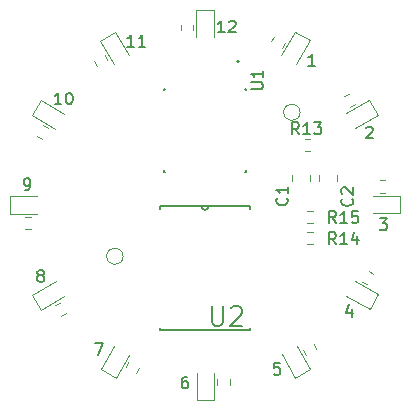
<source format=gbr>
%TF.GenerationSoftware,KiCad,Pcbnew,7.0.11*%
%TF.CreationDate,2024-11-14T13:48:53-05:00*%
%TF.ProjectId,IO_watch,494f5f77-6174-4636-982e-6b696361645f,rev?*%
%TF.SameCoordinates,Original*%
%TF.FileFunction,Legend,Top*%
%TF.FilePolarity,Positive*%
%FSLAX46Y46*%
G04 Gerber Fmt 4.6, Leading zero omitted, Abs format (unit mm)*
G04 Created by KiCad (PCBNEW 7.0.11) date 2024-11-14 13:48:53*
%MOMM*%
%LPD*%
G01*
G04 APERTURE LIST*
%ADD10C,0.150000*%
%ADD11C,0.120000*%
%ADD12C,0.152400*%
%ADD13C,0.127000*%
%ADD14C,0.200000*%
G04 APERTURE END LIST*
D10*
X142175116Y-70231853D02*
X141603688Y-70231853D01*
X141889402Y-70231853D02*
X141889402Y-69231853D01*
X141889402Y-69231853D02*
X141794164Y-69374710D01*
X141794164Y-69374710D02*
X141698926Y-69469948D01*
X141698926Y-69469948D02*
X141603688Y-69517567D01*
X146506452Y-75475659D02*
X146554071Y-75428040D01*
X146554071Y-75428040D02*
X146649309Y-75380421D01*
X146649309Y-75380421D02*
X146887404Y-75380421D01*
X146887404Y-75380421D02*
X146982642Y-75428040D01*
X146982642Y-75428040D02*
X147030261Y-75475659D01*
X147030261Y-75475659D02*
X147077880Y-75570897D01*
X147077880Y-75570897D02*
X147077880Y-75666135D01*
X147077880Y-75666135D02*
X147030261Y-75808992D01*
X147030261Y-75808992D02*
X146458833Y-76380421D01*
X146458833Y-76380421D02*
X147077880Y-76380421D01*
X147630467Y-83156619D02*
X148249514Y-83156619D01*
X148249514Y-83156619D02*
X147916181Y-83537571D01*
X147916181Y-83537571D02*
X148059038Y-83537571D01*
X148059038Y-83537571D02*
X148154276Y-83585190D01*
X148154276Y-83585190D02*
X148201895Y-83632809D01*
X148201895Y-83632809D02*
X148249514Y-83728047D01*
X148249514Y-83728047D02*
X148249514Y-83966142D01*
X148249514Y-83966142D02*
X148201895Y-84061380D01*
X148201895Y-84061380D02*
X148154276Y-84109000D01*
X148154276Y-84109000D02*
X148059038Y-84156619D01*
X148059038Y-84156619D02*
X147773324Y-84156619D01*
X147773324Y-84156619D02*
X147678086Y-84109000D01*
X147678086Y-84109000D02*
X147630467Y-84061380D01*
X145280842Y-90810154D02*
X145280842Y-91476821D01*
X145042747Y-90429202D02*
X144804652Y-91143487D01*
X144804652Y-91143487D02*
X145423699Y-91143487D01*
X139179893Y-95379585D02*
X138703703Y-95379585D01*
X138703703Y-95379585D02*
X138656084Y-95855775D01*
X138656084Y-95855775D02*
X138703703Y-95808156D01*
X138703703Y-95808156D02*
X138798941Y-95760537D01*
X138798941Y-95760537D02*
X139037036Y-95760537D01*
X139037036Y-95760537D02*
X139132274Y-95808156D01*
X139132274Y-95808156D02*
X139179893Y-95855775D01*
X139179893Y-95855775D02*
X139227512Y-95951013D01*
X139227512Y-95951013D02*
X139227512Y-96189108D01*
X139227512Y-96189108D02*
X139179893Y-96284346D01*
X139179893Y-96284346D02*
X139132274Y-96331966D01*
X139132274Y-96331966D02*
X139037036Y-96379585D01*
X139037036Y-96379585D02*
X138798941Y-96379585D01*
X138798941Y-96379585D02*
X138703703Y-96331966D01*
X138703703Y-96331966D02*
X138656084Y-96284346D01*
X131356076Y-96551219D02*
X131165600Y-96551219D01*
X131165600Y-96551219D02*
X131070362Y-96598838D01*
X131070362Y-96598838D02*
X131022743Y-96646457D01*
X131022743Y-96646457D02*
X130927505Y-96789314D01*
X130927505Y-96789314D02*
X130879886Y-96979790D01*
X130879886Y-96979790D02*
X130879886Y-97360742D01*
X130879886Y-97360742D02*
X130927505Y-97455980D01*
X130927505Y-97455980D02*
X130975124Y-97503600D01*
X130975124Y-97503600D02*
X131070362Y-97551219D01*
X131070362Y-97551219D02*
X131260838Y-97551219D01*
X131260838Y-97551219D02*
X131356076Y-97503600D01*
X131356076Y-97503600D02*
X131403695Y-97455980D01*
X131403695Y-97455980D02*
X131451314Y-97360742D01*
X131451314Y-97360742D02*
X131451314Y-97122647D01*
X131451314Y-97122647D02*
X131403695Y-97027409D01*
X131403695Y-97027409D02*
X131356076Y-96979790D01*
X131356076Y-96979790D02*
X131260838Y-96932171D01*
X131260838Y-96932171D02*
X131070362Y-96932171D01*
X131070362Y-96932171D02*
X130975124Y-96979790D01*
X130975124Y-96979790D02*
X130927505Y-97027409D01*
X130927505Y-97027409D02*
X130879886Y-97122647D01*
X123512065Y-93677785D02*
X124178731Y-93677785D01*
X124178731Y-93677785D02*
X123750160Y-94677785D01*
X118847396Y-87957788D02*
X118752158Y-87910169D01*
X118752158Y-87910169D02*
X118704539Y-87862550D01*
X118704539Y-87862550D02*
X118656920Y-87767312D01*
X118656920Y-87767312D02*
X118656920Y-87719693D01*
X118656920Y-87719693D02*
X118704539Y-87624455D01*
X118704539Y-87624455D02*
X118752158Y-87576836D01*
X118752158Y-87576836D02*
X118847396Y-87529217D01*
X118847396Y-87529217D02*
X119037872Y-87529217D01*
X119037872Y-87529217D02*
X119133110Y-87576836D01*
X119133110Y-87576836D02*
X119180729Y-87624455D01*
X119180729Y-87624455D02*
X119228348Y-87719693D01*
X119228348Y-87719693D02*
X119228348Y-87767312D01*
X119228348Y-87767312D02*
X119180729Y-87862550D01*
X119180729Y-87862550D02*
X119133110Y-87910169D01*
X119133110Y-87910169D02*
X119037872Y-87957788D01*
X119037872Y-87957788D02*
X118847396Y-87957788D01*
X118847396Y-87957788D02*
X118752158Y-88005407D01*
X118752158Y-88005407D02*
X118704539Y-88053026D01*
X118704539Y-88053026D02*
X118656920Y-88148264D01*
X118656920Y-88148264D02*
X118656920Y-88338740D01*
X118656920Y-88338740D02*
X118704539Y-88433978D01*
X118704539Y-88433978D02*
X118752158Y-88481598D01*
X118752158Y-88481598D02*
X118847396Y-88529217D01*
X118847396Y-88529217D02*
X119037872Y-88529217D01*
X119037872Y-88529217D02*
X119133110Y-88481598D01*
X119133110Y-88481598D02*
X119180729Y-88433978D01*
X119180729Y-88433978D02*
X119228348Y-88338740D01*
X119228348Y-88338740D02*
X119228348Y-88148264D01*
X119228348Y-88148264D02*
X119180729Y-88053026D01*
X119180729Y-88053026D02*
X119133110Y-88005407D01*
X119133110Y-88005407D02*
X119037872Y-87957788D01*
X117580524Y-80753019D02*
X117771000Y-80753019D01*
X117771000Y-80753019D02*
X117866238Y-80705400D01*
X117866238Y-80705400D02*
X117913857Y-80657780D01*
X117913857Y-80657780D02*
X118009095Y-80514923D01*
X118009095Y-80514923D02*
X118056714Y-80324447D01*
X118056714Y-80324447D02*
X118056714Y-79943495D01*
X118056714Y-79943495D02*
X118009095Y-79848257D01*
X118009095Y-79848257D02*
X117961476Y-79800638D01*
X117961476Y-79800638D02*
X117866238Y-79753019D01*
X117866238Y-79753019D02*
X117675762Y-79753019D01*
X117675762Y-79753019D02*
X117580524Y-79800638D01*
X117580524Y-79800638D02*
X117532905Y-79848257D01*
X117532905Y-79848257D02*
X117485286Y-79943495D01*
X117485286Y-79943495D02*
X117485286Y-80181590D01*
X117485286Y-80181590D02*
X117532905Y-80276828D01*
X117532905Y-80276828D02*
X117580524Y-80324447D01*
X117580524Y-80324447D02*
X117675762Y-80372066D01*
X117675762Y-80372066D02*
X117866238Y-80372066D01*
X117866238Y-80372066D02*
X117961476Y-80324447D01*
X117961476Y-80324447D02*
X118009095Y-80276828D01*
X118009095Y-80276828D02*
X118056714Y-80181590D01*
X120688123Y-73505219D02*
X120116695Y-73505219D01*
X120402409Y-73505219D02*
X120402409Y-72505219D01*
X120402409Y-72505219D02*
X120307171Y-72648076D01*
X120307171Y-72648076D02*
X120211933Y-72743314D01*
X120211933Y-72743314D02*
X120116695Y-72790933D01*
X121307171Y-72505219D02*
X121402409Y-72505219D01*
X121402409Y-72505219D02*
X121497647Y-72552838D01*
X121497647Y-72552838D02*
X121545266Y-72600457D01*
X121545266Y-72600457D02*
X121592885Y-72695695D01*
X121592885Y-72695695D02*
X121640504Y-72886171D01*
X121640504Y-72886171D02*
X121640504Y-73124266D01*
X121640504Y-73124266D02*
X121592885Y-73314742D01*
X121592885Y-73314742D02*
X121545266Y-73409980D01*
X121545266Y-73409980D02*
X121497647Y-73457600D01*
X121497647Y-73457600D02*
X121402409Y-73505219D01*
X121402409Y-73505219D02*
X121307171Y-73505219D01*
X121307171Y-73505219D02*
X121211933Y-73457600D01*
X121211933Y-73457600D02*
X121164314Y-73409980D01*
X121164314Y-73409980D02*
X121116695Y-73314742D01*
X121116695Y-73314742D02*
X121069076Y-73124266D01*
X121069076Y-73124266D02*
X121069076Y-72886171D01*
X121069076Y-72886171D02*
X121116695Y-72695695D01*
X121116695Y-72695695D02*
X121164314Y-72600457D01*
X121164314Y-72600457D02*
X121211933Y-72552838D01*
X121211933Y-72552838D02*
X121307171Y-72505219D01*
X126860323Y-68603019D02*
X126288895Y-68603019D01*
X126574609Y-68603019D02*
X126574609Y-67603019D01*
X126574609Y-67603019D02*
X126479371Y-67745876D01*
X126479371Y-67745876D02*
X126384133Y-67841114D01*
X126384133Y-67841114D02*
X126288895Y-67888733D01*
X127812704Y-68603019D02*
X127241276Y-68603019D01*
X127526990Y-68603019D02*
X127526990Y-67603019D01*
X127526990Y-67603019D02*
X127431752Y-67745876D01*
X127431752Y-67745876D02*
X127336514Y-67841114D01*
X127336514Y-67841114D02*
X127241276Y-67888733D01*
X134505723Y-67409219D02*
X133934295Y-67409219D01*
X134220009Y-67409219D02*
X134220009Y-66409219D01*
X134220009Y-66409219D02*
X134124771Y-66552076D01*
X134124771Y-66552076D02*
X134029533Y-66647314D01*
X134029533Y-66647314D02*
X133934295Y-66694933D01*
X134886676Y-66504457D02*
X134934295Y-66456838D01*
X134934295Y-66456838D02*
X135029533Y-66409219D01*
X135029533Y-66409219D02*
X135267628Y-66409219D01*
X135267628Y-66409219D02*
X135362866Y-66456838D01*
X135362866Y-66456838D02*
X135410485Y-66504457D01*
X135410485Y-66504457D02*
X135458104Y-66599695D01*
X135458104Y-66599695D02*
X135458104Y-66694933D01*
X135458104Y-66694933D02*
X135410485Y-66837790D01*
X135410485Y-66837790D02*
X134839057Y-67409219D01*
X134839057Y-67409219D02*
X135458104Y-67409219D01*
X140809742Y-76019819D02*
X140476409Y-75543628D01*
X140238314Y-76019819D02*
X140238314Y-75019819D01*
X140238314Y-75019819D02*
X140619266Y-75019819D01*
X140619266Y-75019819D02*
X140714504Y-75067438D01*
X140714504Y-75067438D02*
X140762123Y-75115057D01*
X140762123Y-75115057D02*
X140809742Y-75210295D01*
X140809742Y-75210295D02*
X140809742Y-75353152D01*
X140809742Y-75353152D02*
X140762123Y-75448390D01*
X140762123Y-75448390D02*
X140714504Y-75496009D01*
X140714504Y-75496009D02*
X140619266Y-75543628D01*
X140619266Y-75543628D02*
X140238314Y-75543628D01*
X141762123Y-76019819D02*
X141190695Y-76019819D01*
X141476409Y-76019819D02*
X141476409Y-75019819D01*
X141476409Y-75019819D02*
X141381171Y-75162676D01*
X141381171Y-75162676D02*
X141285933Y-75257914D01*
X141285933Y-75257914D02*
X141190695Y-75305533D01*
X142095457Y-75019819D02*
X142714504Y-75019819D01*
X142714504Y-75019819D02*
X142381171Y-75400771D01*
X142381171Y-75400771D02*
X142524028Y-75400771D01*
X142524028Y-75400771D02*
X142619266Y-75448390D01*
X142619266Y-75448390D02*
X142666885Y-75496009D01*
X142666885Y-75496009D02*
X142714504Y-75591247D01*
X142714504Y-75591247D02*
X142714504Y-75829342D01*
X142714504Y-75829342D02*
X142666885Y-75924580D01*
X142666885Y-75924580D02*
X142619266Y-75972200D01*
X142619266Y-75972200D02*
X142524028Y-76019819D01*
X142524028Y-76019819D02*
X142238314Y-76019819D01*
X142238314Y-76019819D02*
X142143076Y-75972200D01*
X142143076Y-75972200D02*
X142095457Y-75924580D01*
X145291980Y-81472066D02*
X145339600Y-81519685D01*
X145339600Y-81519685D02*
X145387219Y-81662542D01*
X145387219Y-81662542D02*
X145387219Y-81757780D01*
X145387219Y-81757780D02*
X145339600Y-81900637D01*
X145339600Y-81900637D02*
X145244361Y-81995875D01*
X145244361Y-81995875D02*
X145149123Y-82043494D01*
X145149123Y-82043494D02*
X144958647Y-82091113D01*
X144958647Y-82091113D02*
X144815790Y-82091113D01*
X144815790Y-82091113D02*
X144625314Y-82043494D01*
X144625314Y-82043494D02*
X144530076Y-81995875D01*
X144530076Y-81995875D02*
X144434838Y-81900637D01*
X144434838Y-81900637D02*
X144387219Y-81757780D01*
X144387219Y-81757780D02*
X144387219Y-81662542D01*
X144387219Y-81662542D02*
X144434838Y-81519685D01*
X144434838Y-81519685D02*
X144482457Y-81472066D01*
X144482457Y-81091113D02*
X144434838Y-81043494D01*
X144434838Y-81043494D02*
X144387219Y-80948256D01*
X144387219Y-80948256D02*
X144387219Y-80710161D01*
X144387219Y-80710161D02*
X144434838Y-80614923D01*
X144434838Y-80614923D02*
X144482457Y-80567304D01*
X144482457Y-80567304D02*
X144577695Y-80519685D01*
X144577695Y-80519685D02*
X144672933Y-80519685D01*
X144672933Y-80519685D02*
X144815790Y-80567304D01*
X144815790Y-80567304D02*
X145387219Y-81138732D01*
X145387219Y-81138732D02*
X145387219Y-80519685D01*
X143933942Y-85341619D02*
X143600609Y-84865428D01*
X143362514Y-85341619D02*
X143362514Y-84341619D01*
X143362514Y-84341619D02*
X143743466Y-84341619D01*
X143743466Y-84341619D02*
X143838704Y-84389238D01*
X143838704Y-84389238D02*
X143886323Y-84436857D01*
X143886323Y-84436857D02*
X143933942Y-84532095D01*
X143933942Y-84532095D02*
X143933942Y-84674952D01*
X143933942Y-84674952D02*
X143886323Y-84770190D01*
X143886323Y-84770190D02*
X143838704Y-84817809D01*
X143838704Y-84817809D02*
X143743466Y-84865428D01*
X143743466Y-84865428D02*
X143362514Y-84865428D01*
X144886323Y-85341619D02*
X144314895Y-85341619D01*
X144600609Y-85341619D02*
X144600609Y-84341619D01*
X144600609Y-84341619D02*
X144505371Y-84484476D01*
X144505371Y-84484476D02*
X144410133Y-84579714D01*
X144410133Y-84579714D02*
X144314895Y-84627333D01*
X145743466Y-84674952D02*
X145743466Y-85341619D01*
X145505371Y-84294000D02*
X145267276Y-85008285D01*
X145267276Y-85008285D02*
X145886323Y-85008285D01*
X133420310Y-90601014D02*
X133420310Y-91929660D01*
X133420310Y-91929660D02*
X133498465Y-92085971D01*
X133498465Y-92085971D02*
X133576621Y-92164127D01*
X133576621Y-92164127D02*
X133732932Y-92242282D01*
X133732932Y-92242282D02*
X134045555Y-92242282D01*
X134045555Y-92242282D02*
X134201866Y-92164127D01*
X134201866Y-92164127D02*
X134280021Y-92085971D01*
X134280021Y-92085971D02*
X134358177Y-91929660D01*
X134358177Y-91929660D02*
X134358177Y-90601014D01*
X135061578Y-90757325D02*
X135139734Y-90679170D01*
X135139734Y-90679170D02*
X135296045Y-90601014D01*
X135296045Y-90601014D02*
X135686823Y-90601014D01*
X135686823Y-90601014D02*
X135843134Y-90679170D01*
X135843134Y-90679170D02*
X135921290Y-90757325D01*
X135921290Y-90757325D02*
X135999445Y-90913637D01*
X135999445Y-90913637D02*
X135999445Y-91069948D01*
X135999445Y-91069948D02*
X135921290Y-91304415D01*
X135921290Y-91304415D02*
X134983422Y-92242282D01*
X134983422Y-92242282D02*
X135999445Y-92242282D01*
X143933942Y-83538219D02*
X143600609Y-83062028D01*
X143362514Y-83538219D02*
X143362514Y-82538219D01*
X143362514Y-82538219D02*
X143743466Y-82538219D01*
X143743466Y-82538219D02*
X143838704Y-82585838D01*
X143838704Y-82585838D02*
X143886323Y-82633457D01*
X143886323Y-82633457D02*
X143933942Y-82728695D01*
X143933942Y-82728695D02*
X143933942Y-82871552D01*
X143933942Y-82871552D02*
X143886323Y-82966790D01*
X143886323Y-82966790D02*
X143838704Y-83014409D01*
X143838704Y-83014409D02*
X143743466Y-83062028D01*
X143743466Y-83062028D02*
X143362514Y-83062028D01*
X144886323Y-83538219D02*
X144314895Y-83538219D01*
X144600609Y-83538219D02*
X144600609Y-82538219D01*
X144600609Y-82538219D02*
X144505371Y-82681076D01*
X144505371Y-82681076D02*
X144410133Y-82776314D01*
X144410133Y-82776314D02*
X144314895Y-82823933D01*
X145791085Y-82538219D02*
X145314895Y-82538219D01*
X145314895Y-82538219D02*
X145267276Y-83014409D01*
X145267276Y-83014409D02*
X145314895Y-82966790D01*
X145314895Y-82966790D02*
X145410133Y-82919171D01*
X145410133Y-82919171D02*
X145648228Y-82919171D01*
X145648228Y-82919171D02*
X145743466Y-82966790D01*
X145743466Y-82966790D02*
X145791085Y-83014409D01*
X145791085Y-83014409D02*
X145838704Y-83109647D01*
X145838704Y-83109647D02*
X145838704Y-83347742D01*
X145838704Y-83347742D02*
X145791085Y-83442980D01*
X145791085Y-83442980D02*
X145743466Y-83490600D01*
X145743466Y-83490600D02*
X145648228Y-83538219D01*
X145648228Y-83538219D02*
X145410133Y-83538219D01*
X145410133Y-83538219D02*
X145314895Y-83490600D01*
X145314895Y-83490600D02*
X145267276Y-83442980D01*
X139780180Y-81421266D02*
X139827800Y-81468885D01*
X139827800Y-81468885D02*
X139875419Y-81611742D01*
X139875419Y-81611742D02*
X139875419Y-81706980D01*
X139875419Y-81706980D02*
X139827800Y-81849837D01*
X139827800Y-81849837D02*
X139732561Y-81945075D01*
X139732561Y-81945075D02*
X139637323Y-81992694D01*
X139637323Y-81992694D02*
X139446847Y-82040313D01*
X139446847Y-82040313D02*
X139303990Y-82040313D01*
X139303990Y-82040313D02*
X139113514Y-81992694D01*
X139113514Y-81992694D02*
X139018276Y-81945075D01*
X139018276Y-81945075D02*
X138923038Y-81849837D01*
X138923038Y-81849837D02*
X138875419Y-81706980D01*
X138875419Y-81706980D02*
X138875419Y-81611742D01*
X138875419Y-81611742D02*
X138923038Y-81468885D01*
X138923038Y-81468885D02*
X138970657Y-81421266D01*
X139875419Y-80468885D02*
X139875419Y-81040313D01*
X139875419Y-80754599D02*
X138875419Y-80754599D01*
X138875419Y-80754599D02*
X139018276Y-80849837D01*
X139018276Y-80849837D02*
X139113514Y-80945075D01*
X139113514Y-80945075D02*
X139161133Y-81040313D01*
X136741819Y-72212104D02*
X137551342Y-72212104D01*
X137551342Y-72212104D02*
X137646580Y-72164485D01*
X137646580Y-72164485D02*
X137694200Y-72116866D01*
X137694200Y-72116866D02*
X137741819Y-72021628D01*
X137741819Y-72021628D02*
X137741819Y-71831152D01*
X137741819Y-71831152D02*
X137694200Y-71735914D01*
X137694200Y-71735914D02*
X137646580Y-71688295D01*
X137646580Y-71688295D02*
X137551342Y-71640676D01*
X137551342Y-71640676D02*
X136741819Y-71640676D01*
X137741819Y-70640676D02*
X137741819Y-71212104D01*
X137741819Y-70926390D02*
X136741819Y-70926390D01*
X136741819Y-70926390D02*
X136884676Y-71021628D01*
X136884676Y-71021628D02*
X136979914Y-71116866D01*
X136979914Y-71116866D02*
X137027533Y-71212104D01*
D11*
%TO.C,4*%
X146789029Y-90857032D02*
X147524029Y-89583974D01*
X147524029Y-89583974D02*
X145545161Y-88441474D01*
X144810161Y-89714532D02*
X146789029Y-90857032D01*
%TO.C,R5*%
X141385350Y-94699723D02*
X141148092Y-94288781D01*
X142290346Y-94177223D02*
X142053088Y-93766281D01*
%TO.C,D11*%
X125239432Y-67368771D02*
X123966374Y-68103771D01*
X123966374Y-68103771D02*
X125108874Y-70082639D01*
X126381932Y-69347639D02*
X125239432Y-67368771D01*
%TO.C,R9*%
X117610142Y-83026900D02*
X118084658Y-83026900D01*
X117610142Y-84071900D02*
X118084658Y-84071900D01*
%TO.C,5*%
X140495368Y-96631229D02*
X141768426Y-95896229D01*
X141768426Y-95896229D02*
X140625926Y-93917361D01*
X139352868Y-94652361D02*
X140495368Y-96631229D01*
%TO.C,R12*%
X131840500Y-66742742D02*
X131840500Y-67217258D01*
X130795500Y-66742742D02*
X130795500Y-67217258D01*
%TO.C,TP6*%
X125922000Y-86360000D02*
G75*
G03*
X124522000Y-86360000I-700000J0D01*
G01*
X124522000Y-86360000D02*
G75*
G03*
X125922000Y-86360000I700000J0D01*
G01*
%TO.C,R8*%
X120167677Y-90517950D02*
X120578619Y-90280692D01*
X120690177Y-91422946D02*
X121101119Y-91185688D01*
%TO.C,12*%
X133577000Y-65515000D02*
X132107000Y-65515000D01*
X132107000Y-65515000D02*
X132107000Y-67800000D01*
X133577000Y-67800000D02*
X133577000Y-65515000D01*
%TO.C,R2*%
X145567123Y-73482050D02*
X145156181Y-73719308D01*
X145044623Y-72577054D02*
X144633681Y-72814312D01*
%TO.C,R1*%
X139606708Y-68273377D02*
X139369450Y-68684319D01*
X138701712Y-67750877D02*
X138464454Y-68161819D01*
%TO.C,D10*%
X118945771Y-73142968D02*
X118210771Y-74416026D01*
X118210771Y-74416026D02*
X120189639Y-75558526D01*
X120924639Y-74285468D02*
X118945771Y-73142968D01*
%TO.C,D7*%
X124010368Y-95921629D02*
X125283426Y-96656629D01*
X125283426Y-96656629D02*
X126425926Y-94677761D01*
X125152868Y-93942761D02*
X124010368Y-95921629D01*
%TO.C,R13*%
X141778258Y-77484500D02*
X141303742Y-77484500D01*
X141778258Y-76439500D02*
X141303742Y-76439500D01*
%TO.C,C2*%
X143991000Y-79494748D02*
X143991000Y-80017252D01*
X142521000Y-79494748D02*
X142521000Y-80017252D01*
%TO.C,R14*%
X141969258Y-85358500D02*
X141494742Y-85358500D01*
X141969258Y-84313500D02*
X141494742Y-84313500D01*
D12*
%TO.C,U2*%
X129032000Y-82118200D02*
X129032000Y-82321400D01*
X129032000Y-92430600D02*
X129032000Y-92633800D01*
X129032000Y-92633800D02*
X136652000Y-92633800D01*
X132537200Y-82118200D02*
X129032000Y-82118200D01*
X133146800Y-82118200D02*
X132537200Y-82118200D01*
X136652000Y-82118200D02*
X133146800Y-82118200D01*
X136652000Y-82321400D02*
X136652000Y-82118200D01*
X136652000Y-92633800D02*
X136652000Y-92430600D01*
X132537200Y-82118200D02*
G75*
G03*
X133146800Y-82118200I304800J0D01*
G01*
D11*
%TO.C,R7*%
X126128092Y-95726623D02*
X126365350Y-95315681D01*
X127033088Y-96249123D02*
X127270346Y-95838181D01*
%TO.C,R6*%
X133894300Y-97257258D02*
X133894300Y-96782742D01*
X134939300Y-97257258D02*
X134939300Y-96782742D01*
%TO.C,R15*%
X141494742Y-82535500D02*
X141969258Y-82535500D01*
X141494742Y-83580500D02*
X141969258Y-83580500D01*
%TO.C,R10*%
X119140777Y-75260692D02*
X119551719Y-75497950D01*
X118618277Y-76165688D02*
X119029219Y-76402946D01*
%TO.C,R3*%
X148124658Y-80973100D02*
X147650142Y-80973100D01*
X148124658Y-79928100D02*
X147650142Y-79928100D01*
%TO.C,R4*%
X147116523Y-87834312D02*
X146705581Y-87597054D01*
X146594023Y-88739308D02*
X146183081Y-88502050D01*
%TO.C,1*%
X141724432Y-68078371D02*
X140451374Y-67343371D01*
X140451374Y-67343371D02*
X139308874Y-69322239D01*
X140581932Y-70057239D02*
X141724432Y-68078371D01*
%TO.C,R11*%
X124349450Y-69300277D02*
X124586708Y-69711219D01*
X123444454Y-69822777D02*
X123681712Y-70233719D01*
%TO.C,C1*%
X141705000Y-79494748D02*
X141705000Y-80017252D01*
X140235000Y-79494748D02*
X140235000Y-80017252D01*
D13*
%TO.C,U1*%
X136342000Y-72192000D02*
X136237000Y-72192000D01*
X136342000Y-72192000D02*
X136342000Y-72297000D01*
X129342000Y-72192000D02*
X129447000Y-72192000D01*
X129342000Y-72192000D02*
X129342000Y-72297000D01*
X136342000Y-79192000D02*
X136342000Y-79087000D01*
X136342000Y-79192000D02*
X136237000Y-79192000D01*
X129342000Y-79192000D02*
X129342000Y-79087000D01*
X129342000Y-79192000D02*
X129447000Y-79192000D01*
D14*
X135742000Y-69852000D02*
G75*
G03*
X135542000Y-69852000I-100000J0D01*
G01*
X135542000Y-69852000D02*
G75*
G03*
X135742000Y-69852000I100000J0D01*
G01*
D11*
%TO.C,TP7*%
X140908000Y-74168000D02*
G75*
G03*
X139508000Y-74168000I-700000J0D01*
G01*
X139508000Y-74168000D02*
G75*
G03*
X140908000Y-74168000I700000J0D01*
G01*
%TO.C,3*%
X149352400Y-82709600D02*
X149352400Y-81239600D01*
X149352400Y-81239600D02*
X147067400Y-81239600D01*
X147067400Y-82709600D02*
X149352400Y-82709600D01*
%TO.C,D8*%
X118236171Y-89627968D02*
X118971171Y-90901026D01*
X118971171Y-90901026D02*
X120950039Y-89758526D01*
X120215039Y-88485468D02*
X118236171Y-89627968D01*
%TO.C,D6*%
X132157800Y-98485000D02*
X133627800Y-98485000D01*
X133627800Y-98485000D02*
X133627800Y-96200000D01*
X132157800Y-96200000D02*
X132157800Y-98485000D01*
%TO.C,D9*%
X116382400Y-81290400D02*
X116382400Y-82760400D01*
X116382400Y-82760400D02*
X118667400Y-82760400D01*
X118667400Y-81290400D02*
X116382400Y-81290400D01*
%TO.C,2*%
X147498629Y-74372032D02*
X146763629Y-73098974D01*
X146763629Y-73098974D02*
X144784761Y-74241474D01*
X145519761Y-75514532D02*
X147498629Y-74372032D01*
%TD*%
M02*

</source>
